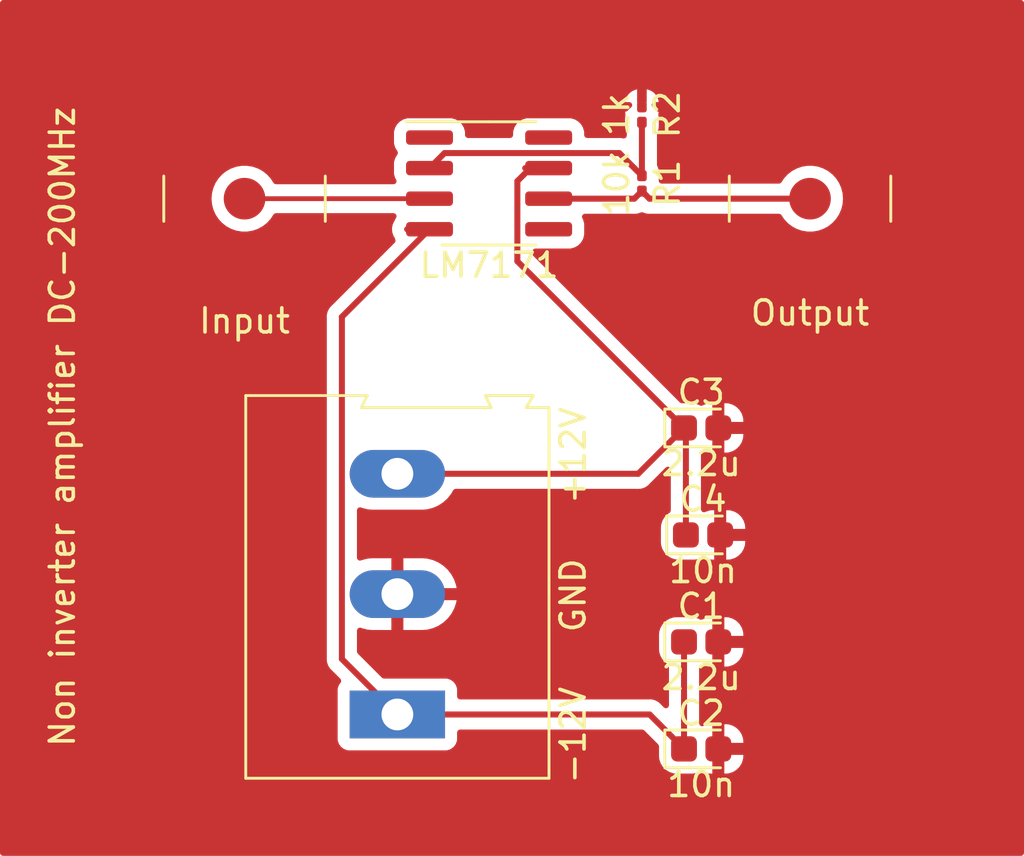
<source format=kicad_pcb>
(kicad_pcb (version 20221018) (generator pcbnew)
  (layers (0 "F.Cu" signal) (31 "B.Cu" signal) (34 "B.Paste" user) (35 "F.Paste" user) (36 "B.SilkS" user "B.Silkscreen") (37 "F.SilkS" user "F.Silkscreen") (38 "B.Mask" user) (39 "F.Mask" user) (44 "Edge.Cuts" user))
  (net 0 "")
  (net 1 "Net-(J3-Pin_1)")
  (net 2 "GND")
  (net 3 "Net-(J1-In)")
  (net 4 "Net-(J2-In)")
  (net 5 "Net-(U1--)")
  (net 9 "Net-(J3-Pin_3)")
  (footprint "Resistor_SMD:R_0201_0603Metric" (layer "F.Cu") (at 106.045 73.66 -90)
    (fp_text reference "R1" (at 0 -1.05 90) (layer "F.SilkS"))
    (fp_text value "10k" (at 0 1.05 90) (layer "F.SilkS"))
    (pad "1" smd roundrect (at -0.32 0 270) (size 0.46 0.4) (layers "F.Cu" "F.Mask") (net 5 "Net-(U1--)"))
    (pad "2" smd roundrect (at 0.32 0 270) (size 0.46 0.4) (layers "F.Cu" "F.Mask") (net 4 "Net-(J2-In)"))
  )
  (footprint "Capacitor_Tantalum_SMD:CP_EIA-1608-08_AVX-J" (layer "F.Cu") (at 108.5075 97.155)
    (fp_text reference "C2" (at 0 -1.48) (layer "F.SilkS"))
    (fp_text value "10n" (at 0 1.48) (layer "F.SilkS"))
    (fp_line (start -1.51 -0.785) (end -1.51 0.785) (stroke (width 0.12)) (layer "F.SilkS"))
    (fp_line (start -1.51 0.785) (end 0.8 0.785) (stroke (width 0.12)) (layer "F.SilkS"))
    (fp_line (start 0.8 -0.785) (end -1.51 -0.785) (stroke (width 0.12)) (layer "F.SilkS"))
    (pad "1" smd roundrect (at -0.7125 0) (size 1.075 1.05) (layers "F.Cu" "F.Paste" "F.Mask") (roundrect_rratio 0.2380952381) (net 1 "Net-(J3-Pin_1)"))
    (pad "2" smd roundrect (at 0.7125 0) (size 1.075 1.05) (layers "F.Cu" "F.Paste" "F.Mask") (roundrect_rratio 0.2380952381) (net 2 "GND"))
  )
  (footprint "Package_SO:SOIC-8_3.9x4.9mm_P1.27mm" (layer "F.Cu") (at 99.695 73.66)
    (fp_text reference "U1" hide)
    (fp_text value "LM7171" (at 0 3.4) (layer "F.SilkS"))
    (fp_line (start 0 -2.56) (end -3.45 -2.56) (stroke (width 0.12)) (layer "F.SilkS"))
    (fp_line (start 0 -2.56) (end 1.95 -2.56) (stroke (width 0.12)) (layer "F.SilkS"))
    (fp_line (start 0 2.56) (end -1.95 2.56) (stroke (width 0.12)) (layer "F.SilkS"))
    (fp_line (start 0 2.56) (end 1.95 2.56) (stroke (width 0.12)) (layer "F.SilkS"))
    (pad "1" smd roundrect (at -2.475 -1.905) (size 1.95 0.6) (layers "F.Cu" "F.Paste" "F.Mask"))
    (pad "2" smd roundrect (at -2.475 -0.635) (size 1.95 0.6) (layers "F.Cu" "F.Paste" "F.Mask") (net 5 "Net-(U1--)"))
    (pad "3" smd roundrect (at -2.475 0.635) (size 1.95 0.6) (layers "F.Cu" "F.Paste" "F.Mask") (net 3 "Net-(J1-In)"))
    (pad "4" smd roundrect (at -2.475 1.905) (size 1.95 0.6) (layers "F.Cu" "F.Paste" "F.Mask") (net 1 "Net-(J3-Pin_1)"))
    (pad "5" smd roundrect (at 2.475 1.905) (size 1.95 0.6) (layers "F.Cu" "F.Paste" "F.Mask"))
    (pad "6" smd roundrect (at 2.475 0.635) (size 1.95 0.6) (layers "F.Cu" "F.Paste" "F.Mask") (net 4 "Net-(J2-In)"))
    (pad "7" smd roundrect (at 2.475 -0.635) (size 1.95 0.6) (layers "F.Cu" "F.Paste" "F.Mask") (net 9 "Net-(J3-Pin_3)"))
    (pad "8" smd roundrect (at 2.475 -1.905) (size 1.95 0.6) (layers "F.Cu" "F.Paste" "F.Mask"))
  )
  (footprint "Capacitor_Tantalum_SMD:CP_EIA-1608-08_AVX-J" (layer "F.Cu") (at 108.5075 83.82)
    (fp_text reference "C3" (at 0 -1.48) (layer "F.SilkS"))
    (fp_text value "2.2u" (at 0 1.48) (layer "F.SilkS"))
    (fp_line (start -1.51 -0.785) (end -1.51 0.785) (stroke (width 0.12)) (layer "F.SilkS"))
    (fp_line (start -1.51 0.785) (end 0.8 0.785) (stroke (width 0.12)) (layer "F.SilkS"))
    (fp_line (start 0.8 -0.785) (end -1.51 -0.785) (stroke (width 0.12)) (layer "F.SilkS"))
    (pad "1" smd roundrect (at -0.7125 0) (size 1.075 1.05) (layers "F.Cu" "F.Paste" "F.Mask") (roundrect_rratio 0.2380952381) (net 9 "Net-(J3-Pin_3)"))
    (pad "2" smd roundrect (at 0.7125 0) (size 1.075 1.05) (layers "F.Cu" "F.Paste" "F.Mask") (roundrect_rratio 0.2380952381) (net 2 "GND"))
  )
  (footprint "TerminalBlock:TerminalBlock_Altech_AK300-3_P5.00mm" (layer "F.Cu") (at 95.885 95.725 90)
    (fp_text reference "J3" hide)
    (fp_text value "-12V   GND   +12V" (at 4.95 7.3 90) (layer "F.SilkS"))
    (fp_line (start -2.65 -6.3) (end -2.65 6.3) (stroke (width 0.12)) (layer "F.SilkS"))
    (fp_line (start -2.65 6.3) (end 12.75 6.3) (stroke (width 0.12)) (layer "F.SilkS"))
    (fp_line (start 12.75 -1.5) (end 13.25 -1.25) (stroke (width 0.12)) (layer "F.SilkS"))
    (fp_line (start 12.75 3.9) (end 12.75 -1.5) (stroke (width 0.12)) (layer "F.SilkS"))
    (fp_line (start 12.75 5.35) (end 13.25 5.65) (stroke (width 0.12)) (layer "F.SilkS"))
    (fp_line (start 12.75 6.3) (end 12.75 5.35) (stroke (width 0.12)) (layer "F.SilkS"))
    (fp_line (start 13.25 -6.3) (end -2.65 -6.3) (stroke (width 0.12)) (layer "F.SilkS"))
    (fp_line (start 13.25 -1.25) (end 13.25 -6.3) (stroke (width 0.12)) (layer "F.SilkS"))
    (fp_line (start 13.25 3.65) (end 12.75 3.9) (stroke (width 0.12)) (layer "F.SilkS"))
    (fp_line (start 13.25 5.65) (end 13.25 3.65) (stroke (width 0.12)) (layer "F.SilkS"))
    (pad "1" thru_hole rect (at 0 0 90) (size 1.98 3.96) (drill 1.32) (layers "*.Cu" "*.Mask") (net 1 "Net-(J3-Pin_1)"))
    (pad "2" thru_hole oval (at 5 0 90) (size 1.98 3.96) (drill 1.32) (layers "*.Cu" "*.Mask") (net 2 "GND"))
    (pad "3" thru_hole oval (at 10 0 90) (size 1.98 3.96) (drill 1.32) (layers "*.Cu" "*.Mask") (net 9 "Net-(J3-Pin_3)"))
  )
  (footprint "Connector_Coaxial:SMA_Amphenol_132134-10_Vertical" (layer "F.Cu") (at 89.535 74.295)
    (fp_text reference "J1" hide)
    (fp_text value "Input" (at 0 5.08) (layer "F.SilkS"))
    (fp_line (start -3.355 -0.94) (end -3.355 0.94) (stroke (width 0.12)) (layer "F.SilkS"))
    (fp_line (start 3.355 -0.94) (end 3.355 0.94) (stroke (width 0.12)) (layer "F.SilkS"))
    (pad "1" smd circle (at 0 0 90) (size 1.73 1.73) (layers "F.Cu" "F.Paste" "F.Mask") (net 3 "Net-(J1-In)"))
    (pad "2" smd custom (at 0 -2.8 180) (size 7.11 1.51) (layers "F.Cu" "F.Paste" "F.Mask") (net 2 "GND") (options (clearance outline) (anchor rect)) (primitives (gr_poly (pts (xy -1.5 -1.42) (xy -1.36 -1.28) (xy -1.205 -1.155) (xy -1.035 -1.045) (xy -0.86 -0.95) (xy -0.675 -0.875) (xy -0.48 -0.82) (xy -0.28 -0.78) (xy -0.085 -0.765) (xy 0 -0.765) (xy 0 0.755) (xy -3.555 0.755) (xy -3.555 -1.595) (xy -1.645 -1.595)) (width 0) (fill yes)) (gr_poly (pts (xy 3.555 0.755) (xy 0 0.755) (xy 0 -0.765) (xy 0.085 -0.765) (xy 0.28 -0.78) (xy 0.48 -0.82) (xy 0.675 -0.875) (xy 0.86 -0.95) (xy 1.035 -1.045) (xy 1.205 -1.155) (xy 1.36 -1.28) (xy 1.5 -1.42) (xy 1.645 -1.595) (xy 3.555 -1.595)) (width 0) (fill yes))))
    (pad "2" smd custom (at 0 2.8) (size 7.11 1.51) (layers "F.Cu" "F.Paste" "F.Mask") (net 2 "GND") (options (clearance outline) (anchor rect)) (primitives (gr_poly (pts (xy -1.5 -1.42) (xy -1.36 -1.28) (xy -1.205 -1.155) (xy -1.035 -1.045) (xy -0.86 -0.95) (xy -0.675 -0.875) (xy -0.48 -0.82) (xy -0.28 -0.78) (xy -0.085 -0.765) (xy 0 -0.765) (xy 0 0.755) (xy -3.555 0.755) (xy -3.555 -1.595) (xy -1.645 -1.595)) (width 0) (fill yes)) (gr_poly (pts (xy 3.555 0.755) (xy 0 0.755) (xy 0 -0.765) (xy 0.085 -0.765) (xy 0.28 -0.78) (xy 0.48 -0.82) (xy 0.675 -0.875) (xy 0.86 -0.95) (xy 1.035 -1.045) (xy 1.205 -1.155) (xy 1.36 -1.28) (xy 1.5 -1.42) (xy 1.645 -1.595) (xy 3.555 -1.595)) (width 0) (fill yes))))
  )
  (footprint "Resistor_SMD:R_0201_0603Metric" (layer "F.Cu") (at 106.045 70.8 -90)
    (fp_text reference "R2" (at 0 -1.05 90) (layer "F.SilkS"))
    (fp_text value "1k" (at 0 1.05 90) (layer "F.SilkS"))
    (pad "1" smd roundrect (at -0.32 0 270) (size 0.46 0.4) (layers "F.Cu" "F.Mask") (net 2 "GND"))
    (pad "2" smd roundrect (at 0.32 0 270) (size 0.46 0.4) (layers "F.Cu" "F.Mask") (net 5 "Net-(U1--)"))
  )
  (footprint "Capacitor_Tantalum_SMD:CP_EIA-1608-08_AVX-J" (layer "F.Cu") (at 108.5075 92.71)
    (fp_text reference "C1" (at 0 -1.48) (layer "F.SilkS"))
    (fp_text value "2.2u" (at 0 1.48) (layer "F.SilkS"))
    (fp_line (start -1.51 -0.785) (end -1.51 0.785) (stroke (width 0.12)) (layer "F.SilkS"))
    (fp_line (start -1.51 0.785) (end 0.8 0.785) (stroke (width 0.12)) (layer "F.SilkS"))
    (fp_line (start 0.8 -0.785) (end -1.51 -0.785) (stroke (width 0.12)) (layer "F.SilkS"))
    (pad "1" smd roundrect (at -0.7125 0) (size 1.075 1.05) (layers "F.Cu" "F.Paste" "F.Mask") (roundrect_rratio 0.2380952381) (net 1 "Net-(J3-Pin_1)"))
    (pad "2" smd roundrect (at 0.7125 0) (size 1.075 1.05) (layers "F.Cu" "F.Paste" "F.Mask") (roundrect_rratio 0.2380952381) (net 2 "GND"))
  )
  (footprint "Capacitor_Tantalum_SMD:CP_EIA-1608-08_AVX-J" (layer "F.Cu") (at 108.585 88.265)
    (fp_text reference "C4" (at 0 -1.48) (layer "F.SilkS"))
    (fp_text value "10n" (at 0 1.48) (layer "F.SilkS"))
    (fp_line (start -1.51 -0.785) (end -1.51 0.785) (stroke (width 0.12)) (layer "F.SilkS"))
    (fp_line (start -1.51 0.785) (end 0.8 0.785) (stroke (width 0.12)) (layer "F.SilkS"))
    (fp_line (start 0.8 -0.785) (end -1.51 -0.785) (stroke (width 0.12)) (layer "F.SilkS"))
    (pad "1" smd roundrect (at -0.7125 0) (size 1.075 1.05) (layers "F.Cu" "F.Paste" "F.Mask") (roundrect_rratio 0.2380952381) (net 9 "Net-(J3-Pin_3)"))
    (pad "2" smd roundrect (at 0.7125 0) (size 1.075 1.05) (layers "F.Cu" "F.Paste" "F.Mask") (roundrect_rratio 0.2380952381) (net 2 "GND"))
  )
  (footprint "Connector_Coaxial:SMA_Amphenol_132134-10_Vertical" (layer "F.Cu") (at 113.03 74.295)
    (fp_text reference "J2" hide)
    (fp_text value "Output" (at 0 4.75) (layer "F.SilkS"))
    (fp_line (start -3.355 -0.94) (end -3.355 0.94) (stroke (width 0.12)) (layer "F.SilkS"))
    (fp_line (start 3.355 -0.94) (end 3.355 0.94) (stroke (width 0.12)) (layer "F.SilkS"))
    (pad "1" smd circle (at 0 0 90) (size 1.73 1.73) (layers "F.Cu" "F.Paste" "F.Mask") (net 4 "Net-(J2-In)"))
    (pad "2" smd custom (at 0 -2.8 180) (size 7.11 1.51) (layers "F.Cu" "F.Paste" "F.Mask") (net 2 "GND") (options (clearance outline) (anchor rect)) (primitives (gr_poly (pts (xy -1.5 -1.42) (xy -1.36 -1.28) (xy -1.205 -1.155) (xy -1.035 -1.045) (xy -0.86 -0.95) (xy -0.675 -0.875) (xy -0.48 -0.82) (xy -0.28 -0.78) (xy -0.085 -0.765) (xy 0 -0.765) (xy 0 0.755) (xy -3.555 0.755) (xy -3.555 -1.595) (xy -1.645 -1.595)) (width 0) (fill yes)) (gr_poly (pts (xy 3.555 0.755) (xy 0 0.755) (xy 0 -0.765) (xy 0.085 -0.765) (xy 0.28 -0.78) (xy 0.48 -0.82) (xy 0.675 -0.875) (xy 0.86 -0.95) (xy 1.035 -1.045) (xy 1.205 -1.155) (xy 1.36 -1.28) (xy 1.5 -1.42) (xy 1.645 -1.595) (xy 3.555 -1.595)) (width 0) (fill yes))))
    (pad "2" smd custom (at 0 2.8) (size 7.11 1.51) (layers "F.Cu" "F.Paste" "F.Mask") (net 2 "GND") (options (clearance outline) (anchor rect)) (primitives (gr_poly (pts (xy -1.5 -1.42) (xy -1.36 -1.28) (xy -1.205 -1.155) (xy -1.035 -1.045) (xy -0.86 -0.95) (xy -0.675 -0.875) (xy -0.48 -0.82) (xy -0.28 -0.78) (xy -0.085 -0.765) (xy 0 -0.765) (xy 0 0.755) (xy -3.555 0.755) (xy -3.555 -1.595) (xy -1.645 -1.595)) (width 0) (fill yes)) (gr_poly (pts (xy 3.555 0.755) (xy 0 0.755) (xy 0 -0.765) (xy 0.085 -0.765) (xy 0.28 -0.78) (xy 0.48 -0.82) (xy 0.675 -0.875) (xy 0.86 -0.95) (xy 1.035 -1.045) (xy 1.205 -1.155) (xy 1.36 -1.28) (xy 1.5 -1.42) (xy 1.645 -1.595) (xy 3.555 -1.595)) (width 0) (fill yes))))
  )
  (gr_line (start 89.535 74.295) (end 97.155 74.295) (stroke (width 0.2)) (layer "F.Cu"))
  (gr_text "Non inverter amplifier DC-200MHz" (at 82.55 97.155 90) (layer "F.SilkS") (effects (font (size 1 1)) (justify left bottom)))
  (segment (start 95.885 95.725) (end 93.58 93.42) (width 0.25) (layer "F.Cu") (net 1))
  (segment (start 96.290309 75.565) (end 97.22 75.565) (width 0.25) (layer "F.Cu") (net 1))
  (segment (start 107.795 97.155) (end 107.795 92.71) (width 0.25) (layer "F.Cu") (net 1))
  (segment (start 95.885 95.725) (end 106.365 95.725) (width 0.25) (layer "F.Cu") (net 1))
  (segment (start 106.365 95.725) (end 107.795 97.155) (width 0.25) (layer "F.Cu") (net 1))
  (segment (start 93.58 93.42) (end 93.58 79.205) (width 0.25) (layer "F.Cu") (net 1))
  (segment (start 93.58 79.205) (end 97.22 75.565) (width 0.25) (layer "F.Cu") (net 1))
  (segment (start 113.03 74.295) (end 106.36 74.295) (width 0.25) (layer "F.Cu") (net 4))
  (segment (start 102.17 74.295) (end 105.73 74.295) (width 0.25) (layer "F.Cu") (net 4))
  (segment (start 105.73 74.295) (end 106.045 73.98) (width 0.25) (layer "F.Cu") (net 4))
  (segment (start 106.36 74.295) (end 106.045 73.98) (width 0.25) (layer "F.Cu") (net 4))
  (segment (start 106.045 71.12) (end 106.045 73.34) (width 0.25) (layer "F.Cu") (net 5))
  (segment (start 97.845 72.4) (end 105.105 72.4) (width 0.25) (layer "F.Cu") (net 5))
  (segment (start 97.22 73.025) (end 97.845 72.4) (width 0.25) (layer "F.Cu") (net 5))
  (segment (start 105.105 72.4) (end 106.045 73.34) (width 0.25) (layer "F.Cu") (net 5))
  (segment (start 107.8725 88.265) (end 107.8725 83.8975) (width 0.25) (layer "F.Cu") (net 9))
  (segment (start 100.87 73.565908) (end 100.87 76.895) (width 0.25) (layer "F.Cu") (net 9))
  (segment (start 101.195001 73.025) (end 102.17 73.025) (width 0.25) (layer "F.Cu") (net 9))
  (segment (start 101.410908 73.025) (end 100.87 73.565908) (width 0.25) (layer "F.Cu") (net 9))
  (segment (start 95.885 85.725) (end 105.89 85.725) (width 0.25) (layer "F.Cu") (net 9))
  (segment (start 100.87 76.895) (end 107.795 83.82) (width 0.25) (layer "F.Cu") (net 9))
  (segment (start 102.17 73.025) (end 101.410908 73.025) (width 0.25) (layer "F.Cu") (net 9))
  (segment (start 107.8725 83.8975) (end 107.795 83.82) (width 0.25) (layer "F.Cu") (net 9))
  (segment (start 105.89 85.725) (end 107.795 83.82) (width 0.25) (layer "F.Cu") (net 9))
  (zone (net 2) (net_name "GND") (layer "F.Cu") (connect_pads (clearance 0.5)) (min_thickness 0.25) (fill yes (thermal_gap 0.5) (thermal_bridge_width 0.5))
    (polygon (pts (xy 79.375 66.04) (xy 121.92 66.04) (xy 121.92 101.6) (xy 79.375 101.6)))
  )
)
</source>
